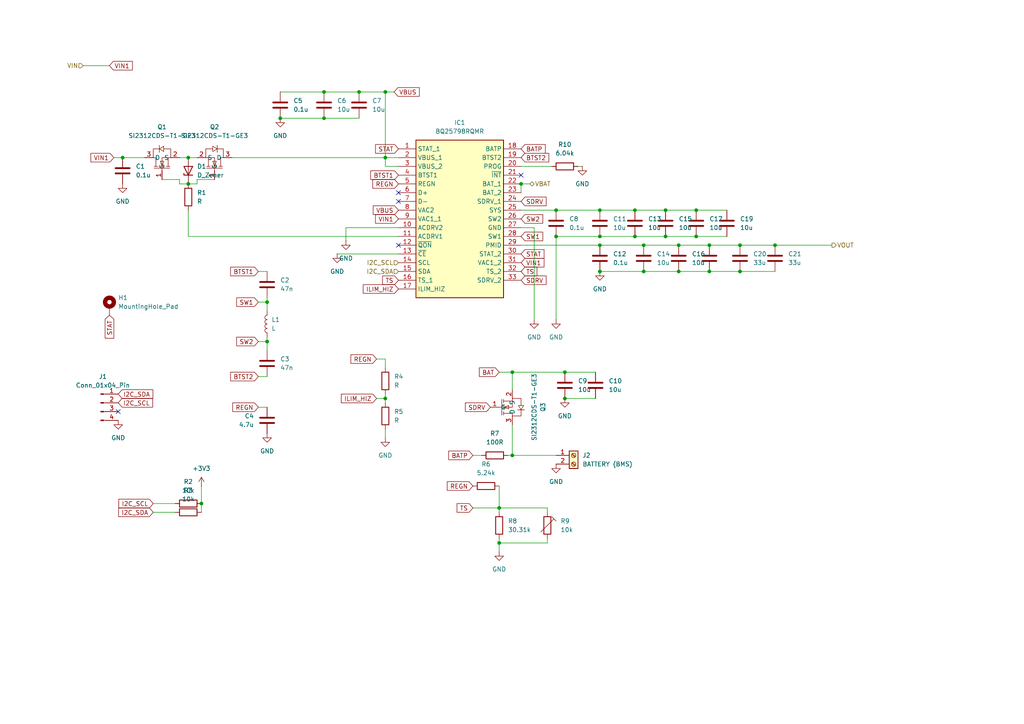
<source format=kicad_sch>
(kicad_sch (version 20231120) (generator "eeschema") (generator_version "8.0")
  (paper "A4")
  (lib_symbols
    (symbol "Connector:Conn_01x04_Pin" (pin_names (offset 1.016) hide)
      (property "Reference" "J" (at 0 5.08 0))
      (property "Value" "Conn_01x04_Pin" (at 0 -7.62 0))
      (symbol "Conn_01x04_Pin_1_1"
        (polyline (pts (xy 1.27 -5.08) (xy 0.8636 -5.08)) (stroke (width 0.1524)))
        (polyline (pts (xy 1.27 -2.54) (xy 0.8636 -2.54)) (stroke (width 0.1524)))
        (polyline (pts (xy 1.27 0) (xy 0.8636 0)) (stroke (width 0.1524)))
        (polyline (pts (xy 1.27 2.54) (xy 0.8636 2.54)) (stroke (width 0.1524)))
        (rectangle (start 0.8636 -4.953) (end 0 -5.207) (stroke (width 0.1524)) (fill (type outline)))
        (rectangle (start 0.8636 -2.413) (end 0 -2.667) (stroke (width 0.1524)) (fill (type outline)))
        (rectangle (start 0.8636 0.127) (end 0 -0.127) (stroke (width 0.1524)) (fill (type outline)))
        (rectangle (start 0.8636 2.667) (end 0 2.413) (stroke (width 0.1524)) (fill (type outline)))
        (pin passive line (at 5.08 2.54 180) (length 3.81) (name "Pin_1") (number "1"))
        (pin passive line (at 5.08 0 180) (length 3.81) (name "Pin_2") (number "2"))
        (pin passive line (at 5.08 -2.54 180) (length 3.81) (name "Pin_3") (number "3"))
        (pin passive line (at 5.08 -5.08 180) (length 3.81) (name "Pin_4") (number "4"))
      )
    )
    (symbol "Connectors:Screw_Terminal_01x02" (pin_names (offset 1.016) hide)
      (property "Reference" "J" (at 0 2.54 0))
      (property "Value" "Screw_Terminal_01x02" (at 0 -5.08 0))
      (symbol "Screw_Terminal_01x02_1_1"
        (rectangle (start -1.27 1.27) (end 1.27 -3.81) (stroke (width 0.254)) (fill (type background)))
        (circle (center 0 -2.54) (radius 0.635) (stroke (width 0.1524)))
        (polyline (pts (xy -0.5334 -2.2098) (xy 0.3302 -3.048)) (stroke (width 0.1524)))
        (polyline (pts (xy -0.5334 0.3302) (xy 0.3302 -0.508)) (stroke (width 0.1524)))
        (polyline (pts (xy -0.3556 -2.032) (xy 0.508 -2.8702)) (stroke (width 0.1524)))
        (polyline (pts (xy -0.3556 0.508) (xy 0.508 -0.3302)) (stroke (width 0.1524)))
        (circle (center 0 0) (radius 0.635) (stroke (width 0.1524)))
        (pin passive line (at -5.08 0 0) (length 3.81) (name "Pin_1") (number "1"))
        (pin passive line (at -5.08 -2.54 0) (length 3.81) (name "Pin_2") (number "2"))
      )
    )
    (symbol "Device:C" (pin_numbers hide) (pin_names (offset 0.254))
      (property "Reference" "C" (at 0.635 2.54 0))
      (property "Value" "C" (at 0.635 -2.54 0))
      (symbol "C_0_1"
        (polyline (pts (xy -2.032 -0.762) (xy 2.032 -0.762)) (stroke (width 0.508)))
        (polyline (pts (xy -2.032 0.762) (xy 2.032 0.762)) (stroke (width 0.508)))
      )
      (symbol "C_1_1"
        (pin passive line (at 0 3.81 270) (length 2.794) (name "~") (number "1"))
        (pin passive line (at 0 -3.81 90) (length 2.794) (name "~") (number "2"))
      )
    )
    (symbol "Device:D_Zener" (pin_numbers hide) (pin_names (offset 1.016) hide)
      (property "Reference" "D" (at 0 2.54 0))
      (property "Value" "D_Zener" (at 0 -2.54 0))
      (symbol "D_Zener_0_1"
        (polyline (pts (xy 1.27 0) (xy -1.27 0)))
        (polyline (pts (xy -1.27 -1.27) (xy -1.27 1.27) (xy -0.762 1.27)) (stroke (width 0.254)))
        (polyline (pts (xy 1.27 -1.27) (xy 1.27 1.27) (xy -1.27 0) (xy 1.27 -1.27)) (stroke (width 0.254)))
      )
      (symbol "D_Zener_1_1"
        (pin passive line (at -3.81 0 0) (length 2.54) (name "K") (number "1"))
        (pin passive line (at 3.81 0 180) (length 2.54) (name "A") (number "2"))
      )
    )
    (symbol "Device:L" (pin_numbers hide) (pin_names (offset 1.016) hide)
      (property "Reference" "L" (at -1.27 0 90))
      (property "Value" "L" (at 1.905 0 90))
      (symbol "L_0_1"
        (arc (start 0 -2.54) (mid 0.6323 -1.905) (end 0 -1.27))
        (arc (start 0 -1.27) (mid 0.6323 -0.635) (end 0 0))
        (arc (start 0 0) (mid 0.6323 0.635) (end 0 1.27))
        (arc (start 0 1.27) (mid 0.6323 1.905) (end 0 2.54))
      )
      (symbol "L_1_1"
        (pin passive line (at 0 3.81 270) (length 1.27) (name "1") (number "1"))
        (pin passive line (at 0 -3.81 90) (length 1.27) (name "2") (number "2"))
      )
    )
    (symbol "Device:R" (pin_numbers hide) (pin_names (offset 0))
      (property "Reference" "R" (at 2.032 0 90))
      (property "Value" "R" (at 0 0 90))
      (symbol "R_0_1"
        (rectangle (start -1.016 -2.54) (end 1.016 2.54) (stroke (width 0.254)))
      )
      (symbol "R_1_1"
        (pin passive line (at 0 3.81 270) (length 1.27) (name "~") (number "1"))
        (pin passive line (at 0 -3.81 90) (length 1.27) (name "~") (number "2"))
      )
    )
    (symbol "Device:R_Trim" (pin_numbers hide) (pin_names (offset 0))
      (property "Reference" "R" (at 2.54 -2.54 90))
      (property "Value" "R_Trim" (at -2.54 -0.635 90))
      (symbol "R_Trim_0_1"
        (rectangle (start -1.016 -2.54) (end 1.016 2.54) (stroke (width 0.254)))
        (polyline (pts (xy -1.905 -1.905) (xy 1.905 1.905) (xy 2.54 1.27) (xy 1.27 2.54)))
      )
      (symbol "R_Trim_1_1"
        (pin passive line (at 0 3.81 270) (length 1.27) (name "~") (number "1"))
        (pin passive line (at 0 -3.81 90) (length 1.27) (name "~") (number "2"))
      )
    )
    (symbol "Mechanical:MountingHole_Pad" (pin_numbers hide) (pin_names (offset 1.016) hide) (exclude_from_sim yes) (in_bom no)
      (property "Reference" "H" (at 0 6.35 0))
      (property "Value" "MountingHole_Pad" (at 0 4.445 0))
      (symbol "MountingHole_Pad_0_1"
        (circle (center 0 1.27) (radius 1.27) (stroke (width 1.27)))
      )
      (symbol "MountingHole_Pad_1_1"
        (pin input line (at 0 -2.54 90) (length 2.54) (name "1") (number "1"))
      )
    )
    (symbol "easyeda2kicad:SI2312CDS-T1-GE3"
      (property "Reference" "Q" (at -10.414 9.144 0))
      (property "Value" "SI2312CDS-T1-GE3" (at -1.27 6.604 0))
      (symbol "SI2312CDS-T1-GE3_0_1"
        (polyline (pts (xy -3.81 0) (xy -3.05 0)))
        (polyline (pts (xy -3.05 -2.29) (xy -3.05 2.29)))
        (polyline (pts (xy -2.54 -2.29) (xy -2.54 -1.27)))
        (polyline (pts (xy -2.54 0.51) (xy -2.54 -0.51)))
        (polyline (pts (xy -2.54 2.29) (xy -2.54 1.27)))
        (polyline (pts (xy 0 1.78) (xy -2.54 1.78)))
        (polyline (pts (xy -2.54 0) (xy 0 0) (xy 0 -1.78)))
        (polyline (pts (xy -2.54 0) (xy -1.02 -0.51) (xy -1.02 0.51) (xy -2.54 0)) (fill (type background)))
        (polyline (pts (xy 2.54 0.76) (xy 1.78 -0.51) (xy 3.3 -0.51) (xy 2.54 0.76)) (fill (type background)))
        (polyline (pts (xy 3.56 0.76) (xy 3.05 0.76) (xy 2.03 0.76) (xy 1.52 0.76)))
        (polyline (pts (xy -2.54 -1.78) (xy 0 -1.78) (xy 0 -2.54) (xy 2.54 -2.54) (xy 2.54 -0.51)))
        (polyline (pts (xy 0 1.78) (xy 0 1.78) (xy 0 2.54) (xy 2.54 2.54) (xy 2.54 0.76)))
        (pin unspecified line (at -6.35 0 0) (length 2.54) (name "G") (number "1"))
        (pin unspecified line (at 0 -5.08 90) (length 2.54) (name "S") (number "2"))
        (pin unspecified line (at 0 5.08 270) (length 2.54) (name "D") (number "3"))
      )
    )
    (symbol "mouser (samacsys):BQ25798RQMR"
      (property "Reference" "IC" (at 31.75 7.62 0))
      (property "Value" "BQ25798RQMR" (at 31.75 5.08 0))
      (symbol "BQ25798RQMR_1_1"
        (rectangle (start 5.08 2.54) (end 30.48 -43.18) (stroke (width 0.254)) (fill (type background)))
        (pin passive line (at 0 0 0) (length 5.08) (name "STAT_1") (number "1"))
        (pin passive line (at 0 -22.86 0) (length 5.08) (name "ACDRV2") (number "10"))
        (pin passive line (at 0 -25.4 0) (length 5.08) (name "ACDRV1") (number "11"))
        (pin passive line (at 0 -27.94 0) (length 5.08) (name "~{QON}") (number "12"))
        (pin passive line (at 0 -30.48 0) (length 5.08) (name "~{CE}") (number "13"))
        (pin passive line (at 0 -33.02 0) (length 5.08) (name "SCL") (number "14"))
        (pin passive line (at 0 -35.56 0) (length 5.08) (name "SDA") (number "15"))
        (pin passive line (at 0 -38.1 0) (length 5.08) (name "TS_1") (number "16"))
        (pin passive line (at 0 -40.64 0) (length 5.08) (name "ILIM_HIZ") (number "17"))
        (pin passive line (at 35.56 0 180) (length 5.08) (name "BATP") (number "18"))
        (pin passive line (at 35.56 -2.54 180) (length 5.08) (name "BTST2") (number "19"))
        (pin passive line (at 0 -2.54 0) (length 5.08) (name "VBUS_1") (number "2"))
        (pin passive line (at 35.56 -5.08 180) (length 5.08) (name "PROG") (number "20"))
        (pin passive line (at 35.56 -7.62 180) (length 5.08) (name "~{INT}") (number "21"))
        (pin passive line (at 35.56 -10.16 180) (length 5.08) (name "BAT_1") (number "22"))
        (pin passive line (at 35.56 -12.7 180) (length 5.08) (name "BAT_2") (number "23"))
        (pin passive line (at 35.56 -15.24 180) (length 5.08) (name "SDRV_1") (number "24"))
        (pin passive line (at 35.56 -17.78 180) (length 5.08) (name "SYS") (number "25"))
        (pin passive line (at 35.56 -20.32 180) (length 5.08) (name "SW2") (number "26"))
        (pin passive line (at 35.56 -22.86 180) (length 5.08) (name "GND") (number "27"))
        (pin passive line (at 35.56 -25.4 180) (length 5.08) (name "SW1") (number "28"))
        (pin passive line (at 35.56 -27.94 180) (length 5.08) (name "PMID") (number "29"))
        (pin passive line (at 0 -5.08 0) (length 5.08) (name "VBUS_2") (number "3"))
        (pin passive line (at 35.56 -30.48 180) (length 5.08) (name "STAT_2") (number "30"))
        (pin passive line (at 35.56 -33.02 180) (length 5.08) (name "VAC1_2") (number "31"))
        (pin passive line (at 35.56 -35.56 180) (length 5.08) (name "TS_2") (number "32"))
        (pin passive line (at 35.56 -38.1 180) (length 5.08) (name "SDRV_2") (number "33"))
        (pin passive line (at 0 -7.62 0) (length 5.08) (name "BTST1") (number "4"))
        (pin passive line (at 0 -10.16 0) (length 5.08) (name "REGN") (number "5"))
        (pin passive line (at 0 -12.7 0) (length 5.08) (name "D+") (number "6"))
        (pin passive line (at 0 -15.24 0) (length 5.08) (name "D-") (number "7"))
        (pin passive line (at 0 -17.78 0) (length 5.08) (name "VAC2") (number "8"))
        (pin passive line (at 0 -20.32 0) (length 5.08) (name "VAC1_1") (number "9"))
      )
    )
    (symbol "power:+3V3" (power) (pin_numbers hide) (pin_names (offset 0) hide)
      (property "Value" "+3V3" (at 0 3.556 0))
      (symbol "+3V3_0_1"
        (polyline (pts (xy -0.762 1.27) (xy 0 2.54)))
        (polyline (pts (xy 0 0) (xy 0 2.54)))
        (polyline (pts (xy 0 2.54) (xy 0.762 1.27)))
      )
      (symbol "+3V3_1_1"
        (pin power_in line (at 0 0 90) (length 0) (name "~") (number "1"))
      )
    )
    (symbol "power:GND" (power) (pin_numbers hide) (pin_names (offset 0) hide)
      (property "Value" "GND" (at 0 -3.81 0))
      (symbol "GND_0_1"
        (polyline (pts (xy 0 0) (xy 0 -1.27) (xy 1.27 -1.27) (xy 0 -2.54) (xy -1.27 -1.27) (xy 0 -1.27)))
      )
      (symbol "GND_1_1"
        (pin power_in line (at 0 0 270) (length 0) (name "~") (number "1"))
      )
    )
  )
  (junction (at 35.56 45.72))
  (junction (at 173.99 71.12))
  (junction (at 148.59 107.95))
  (junction (at 161.29 60.96))
  (junction (at 111.76 45.72))
  (junction (at 77.47 87.63))
  (junction (at 54.61 53.34))
  (junction (at 184.15 60.96))
  (junction (at 144.78 147.32))
  (junction (at 144.78 157.48))
  (junction (at 205.74 78.74))
  (junction (at 193.04 68.58))
  (junction (at 173.99 68.58))
  (junction (at 161.29 68.58))
  (junction (at 77.47 99.06))
  (junction (at 93.98 26.67))
  (junction (at 196.85 71.12))
  (junction (at 151.13 53.34))
  (junction (at 214.63 71.12))
  (junction (at 201.93 68.58))
  (junction (at 163.83 115.57))
  (junction (at 186.69 71.12))
  (junction (at 193.04 60.96))
  (junction (at 81.28 34.29))
  (junction (at 186.69 78.74))
  (junction (at 205.74 71.12))
  (junction (at 93.98 34.29))
  (junction (at 196.85 78.74))
  (junction (at 184.15 68.58))
  (junction (at 58.42 146.05))
  (junction (at 224.79 71.12))
  (junction (at 173.99 78.74))
  (junction (at 104.14 26.67))
  (junction (at 173.99 60.96))
  (junction (at 163.83 107.95))
  (junction (at 111.76 115.57))
  (junction (at 148.59 132.08))
  (junction (at 201.93 60.96))
  (junction (at 54.61 45.72))
  (junction (at 111.76 26.67))
  (junction (at 214.63 78.74))
  (no_connect (at 115.57 71.12))
  (no_connect (at 151.13 50.8))
  (no_connect (at 34.29 119.38))
  (no_connect (at 115.57 55.88))
  (no_connect (at 115.57 58.42))
  (wire (pts (xy 33.02 45.72) (xy 35.56 45.72)))
  (wire (pts (xy 111.76 26.67) (xy 114.3 26.67)))
  (wire (pts (xy 158.75 147.32) (xy 158.75 148.59)))
  (wire (pts (xy 173.99 78.74) (xy 186.69 78.74)))
  (wire (pts (xy 77.47 97.79) (xy 77.47 99.06)))
  (wire (pts (xy 158.75 157.48) (xy 158.75 156.21)))
  (wire (pts (xy 205.74 71.12) (xy 214.63 71.12)))
  (wire (pts (xy 74.93 109.22) (xy 77.47 109.22)))
  (wire (pts (xy 77.47 86.36) (xy 77.47 87.63)))
  (wire (pts (xy 111.76 127) (xy 111.76 124.46)))
  (wire (pts (xy 186.69 78.74) (xy 196.85 78.74)))
  (wire (pts (xy 144.78 140.97) (xy 144.78 147.32)))
  (wire (pts (xy 163.83 115.57) (xy 172.72 115.57)))
  (wire (pts (xy 35.56 45.72) (xy 41.91 45.72)))
  (wire (pts (xy 58.42 146.05) (xy 58.42 148.59)))
  (wire (pts (xy 111.76 104.14) (xy 111.76 106.68)))
  (wire (pts (xy 100.33 66.04) (xy 115.57 66.04)))
  (wire (pts (xy 163.83 107.95) (xy 172.72 107.95)))
  (wire (pts (xy 57.15 52.07) (xy 62.23 52.07)))
  (wire (pts (xy 111.76 26.67) (xy 111.76 45.72)))
  (wire (pts (xy 93.98 26.67) (xy 104.14 26.67)))
  (wire (pts (xy 205.74 78.74) (xy 214.63 78.74)))
  (wire (pts (xy 54.61 60.96) (xy 54.61 68.58)))
  (wire (pts (xy 67.31 45.72) (xy 111.76 45.72)))
  (wire (pts (xy 81.28 26.67) (xy 93.98 26.67)))
  (wire (pts (xy 148.59 107.95) (xy 148.59 113.03)))
  (wire (pts (xy 153.67 53.34) (xy 151.13 53.34)))
  (wire (pts (xy 151.13 53.34) (xy 151.13 55.88)))
  (wire (pts (xy 52.07 53.34) (xy 54.61 53.34)))
  (wire (pts (xy 186.69 71.12) (xy 196.85 71.12)))
  (wire (pts (xy 184.15 60.96) (xy 193.04 60.96)))
  (wire (pts (xy 46.99 52.07) (xy 52.07 52.07)))
  (wire (pts (xy 144.78 157.48) (xy 158.75 157.48)))
  (wire (pts (xy 184.15 68.58) (xy 193.04 68.58)))
  (wire (pts (xy 168.91 48.26) (xy 167.64 48.26)))
  (wire (pts (xy 214.63 71.12) (xy 224.79 71.12)))
  (wire (pts (xy 148.59 123.19) (xy 148.59 132.08)))
  (wire (pts (xy 77.47 99.06) (xy 77.47 101.6)))
  (wire (pts (xy 111.76 26.67) (xy 104.14 26.67)))
  (wire (pts (xy 137.16 132.08) (xy 139.7 132.08)))
  (wire (pts (xy 111.76 115.57) (xy 111.76 114.3)))
  (wire (pts (xy 160.02 48.26) (xy 151.13 48.26)))
  (wire (pts (xy 173.99 68.58) (xy 184.15 68.58)))
  (wire (pts (xy 74.93 99.06) (xy 77.47 99.06)))
  (wire (pts (xy 144.78 147.32) (xy 158.75 147.32)))
  (wire (pts (xy 58.42 140.97) (xy 58.42 146.05)))
  (wire (pts (xy 161.29 68.58) (xy 173.99 68.58)))
  (wire (pts (xy 144.78 107.95) (xy 148.59 107.95)))
  (wire (pts (xy 144.78 156.21) (xy 144.78 157.48)))
  (wire (pts (xy 144.78 148.59) (xy 144.78 147.32)))
  (wire (pts (xy 193.04 68.58) (xy 201.93 68.58)))
  (wire (pts (xy 148.59 132.08) (xy 161.29 132.08)))
  (wire (pts (xy 144.78 147.32) (xy 137.16 147.32)))
  (wire (pts (xy 196.85 71.12) (xy 205.74 71.12)))
  (wire (pts (xy 173.99 71.12) (xy 186.69 71.12)))
  (wire (pts (xy 201.93 60.96) (xy 210.82 60.96)))
  (wire (pts (xy 151.13 71.12) (xy 173.99 71.12)))
  (wire (pts (xy 57.15 53.34) (xy 57.15 52.07)))
  (wire (pts (xy 24.13 19.05) (xy 31.75 19.05)))
  (wire (pts (xy 77.47 87.63) (xy 77.47 90.17)))
  (wire (pts (xy 147.32 132.08) (xy 148.59 132.08)))
  (wire (pts (xy 148.59 107.95) (xy 163.83 107.95)))
  (wire (pts (xy 74.93 78.74) (xy 77.47 78.74)))
  (wire (pts (xy 151.13 60.96) (xy 161.29 60.96)))
  (wire (pts (xy 161.29 92.71) (xy 161.29 68.58)))
  (wire (pts (xy 50.8 146.05) (xy 44.45 146.05)))
  (wire (pts (xy 50.8 148.59) (xy 44.45 148.59)))
  (wire (pts (xy 74.93 87.63) (xy 77.47 87.63)))
  (wire (pts (xy 111.76 48.26) (xy 115.57 48.26)))
  (wire (pts (xy 201.93 68.58) (xy 210.82 68.58)))
  (wire (pts (xy 196.85 78.74) (xy 205.74 78.74)))
  (wire (pts (xy 54.61 68.58) (xy 115.57 68.58)))
  (wire (pts (xy 111.76 116.84) (xy 111.76 115.57)))
  (wire (pts (xy 224.79 71.12) (xy 241.3 71.12)))
  (wire (pts (xy 54.61 53.34) (xy 57.15 53.34)))
  (wire (pts (xy 161.29 60.96) (xy 173.99 60.96)))
  (wire (pts (xy 214.63 78.74) (xy 224.79 78.74)))
  (wire (pts (xy 154.94 92.71) (xy 154.94 66.04)))
  (wire (pts (xy 144.78 157.48) (xy 144.78 160.02)))
  (wire (pts (xy 54.61 45.72) (xy 57.15 45.72)))
  (wire (pts (xy 173.99 60.96) (xy 184.15 60.96)))
  (wire (pts (xy 111.76 45.72) (xy 115.57 45.72)))
  (wire (pts (xy 52.07 52.07) (xy 52.07 53.34)))
  (wire (pts (xy 97.79 73.66) (xy 115.57 73.66)))
  (wire (pts (xy 109.22 104.14) (xy 111.76 104.14)))
  (wire (pts (xy 111.76 45.72) (xy 111.76 48.26)))
  (wire (pts (xy 154.94 66.04) (xy 151.13 66.04)))
  (wire (pts (xy 109.22 115.57) (xy 111.76 115.57)))
  (wire (pts (xy 93.98 34.29) (xy 104.14 34.29)))
  (wire (pts (xy 193.04 60.96) (xy 201.93 60.96)))
  (wire (pts (xy 52.07 45.72) (xy 54.61 45.72)))
  (wire (pts (xy 81.28 34.29) (xy 93.98 34.29)))
  (wire (pts (xy 100.33 69.85) (xy 100.33 66.04)))
  (wire (pts (xy 74.93 118.11) (xy 77.47 118.11)))
  (global_label "REGN" (shape input) (at 109.22 104.14 180) (property "Intersheetrefs" "${INTERSHEET_REFS}" (effects (hide yes))))
  (global_label "VBUS" (shape input) (at 114.3 26.67 0) (property "Intersheetrefs" "${INTERSHEET_REFS}" (effects (hide yes))))
  (global_label "VIN1" (shape input) (at 31.75 19.05 0) (property "Intersheetrefs" "${INTERSHEET_REFS}" (effects (hide yes))))
  (global_label "REGN" (shape input) (at 74.93 118.11 180) (property "Intersheetrefs" "${INTERSHEET_REFS}" (effects (hide yes))))
  (global_label "TS" (shape input) (at 115.57 81.28 180) (property "Intersheetrefs" "${INTERSHEET_REFS}" (effects (hide yes))))
  (global_label "SW2" (shape input) (at 74.93 99.06 180) (property "Intersheetrefs" "${INTERSHEET_REFS}" (effects (hide yes))))
  (global_label "SW1" (shape input) (at 151.13 68.58 0) (property "Intersheetrefs" "${INTERSHEET_REFS}" (effects (hide yes))))
  (global_label "I2C_SCL" (shape input) (at 44.45 146.05 180) (property "Intersheetrefs" "${INTERSHEET_REFS}" (effects (hide yes))))
  (global_label "SDRV" (shape input) (at 151.13 81.28 0) (property "Intersheetrefs" "${INTERSHEET_REFS}" (effects (hide yes))))
  (global_label "STAT" (shape input) (at 31.75 91.44 270) (property "Intersheetrefs" "${INTERSHEET_REFS}" (effects (hide yes))))
  (global_label "STAT" (shape input) (at 151.13 73.66 0) (property "Intersheetrefs" "${INTERSHEET_REFS}" (effects (hide yes))))
  (global_label "I2C_SDA" (shape input) (at 44.45 148.59 180) (property "Intersheetrefs" "${INTERSHEET_REFS}" (effects (hide yes))))
  (global_label "BATP" (shape input) (at 137.16 132.08 180) (property "Intersheetrefs" "${INTERSHEET_REFS}" (effects (hide yes))))
  (global_label "BATP" (shape input) (at 151.13 43.18 0) (property "Intersheetrefs" "${INTERSHEET_REFS}" (effects (hide yes))))
  (global_label "BTST2" (shape input) (at 151.13 45.72 0) (property "Intersheetrefs" "${INTERSHEET_REFS}" (effects (hide yes))))
  (global_label "SW1" (shape input) (at 74.93 87.63 180) (property "Intersheetrefs" "${INTERSHEET_REFS}" (effects (hide yes))))
  (global_label "SW2" (shape input) (at 151.13 63.5 0) (property "Intersheetrefs" "${INTERSHEET_REFS}" (effects (hide yes))))
  (global_label "BTST2" (shape input) (at 74.93 109.22 180) (property "Intersheetrefs" "${INTERSHEET_REFS}" (effects (hide yes))))
  (global_label "TS" (shape input) (at 137.16 147.32 180) (property "Intersheetrefs" "${INTERSHEET_REFS}" (effects (hide yes))))
  (global_label "REGN" (shape input) (at 137.16 140.97 180) (property "Intersheetrefs" "${INTERSHEET_REFS}" (effects (hide yes))))
  (global_label "STAT" (shape input) (at 115.57 43.18 180) (property "Intersheetrefs" "${INTERSHEET_REFS}" (effects (hide yes))))
  (global_label "BTST1" (shape input) (at 115.57 50.8 180) (property "Intersheetrefs" "${INTERSHEET_REFS}" (effects (hide yes))))
  (global_label "SDRV" (shape input) (at 142.24 118.11 180) (property "Intersheetrefs" "${INTERSHEET_REFS}" (effects (hide yes))))
  (global_label "VIN1" (shape input) (at 33.02 45.72 180) (property "Intersheetrefs" "${INTERSHEET_REFS}" (effects (hide yes))))
  (global_label "BAT" (shape input) (at 144.78 107.95 180) (property "Intersheetrefs" "${INTERSHEET_REFS}" (effects (hide yes))))
  (global_label "VIN1" (shape input) (at 151.13 76.2 0) (property "Intersheetrefs" "${INTERSHEET_REFS}" (effects (hide yes))))
  (global_label "TS" (shape input) (at 151.13 78.74 0) (property "Intersheetrefs" "${INTERSHEET_REFS}" (effects (hide yes))))
  (global_label "VIN1" (shape input) (at 115.57 63.5 180) (property "Intersheetrefs" "${INTERSHEET_REFS}" (effects (hide yes))))
  (global_label "BTST1" (shape input) (at 74.93 78.74 180) (property "Intersheetrefs" "${INTERSHEET_REFS}" (effects (hide yes))))
  (global_label "SDRV" (shape input) (at 151.13 58.42 0) (property "Intersheetrefs" "${INTERSHEET_REFS}" (effects (hide yes))))
  (global_label "REGN" (shape input) (at 115.57 53.34 180) (property "Intersheetrefs" "${INTERSHEET_REFS}" (effects (hide yes))))
  (global_label "VBUS" (shape input) (at 115.57 60.96 180) (property "Intersheetrefs" "${INTERSHEET_REFS}" (effects (hide yes))))
  (global_label "ILIM_HIZ" (shape input) (at 109.22 115.57 180) (property "Intersheetrefs" "${INTERSHEET_REFS}" (effects (hide yes))))
  (global_label "I2C_SCL" (shape input) (at 34.29 116.84 0) (property "Intersheetrefs" "${INTERSHEET_REFS}" (effects (hide yes))))
  (global_label "I2C_SDA" (shape input) (at 34.29 114.3 0) (property "Intersheetrefs" "${INTERSHEET_REFS}" (effects (hide yes))))
  (global_label "ILIM_HIZ" (shape input) (at 115.57 83.82 180) (property "Intersheetrefs" "${INTERSHEET_REFS}" (effects (hide yes))))
  (hierarchical_label "VBAT" (shape bidirectional) (at 153.67 53.34 0))
  (hierarchical_label "I2C_SCL" (shape input) (at 115.57 76.2 180))
  (hierarchical_label "I2C_SDA" (shape input) (at 115.57 78.74 180))
  (hierarchical_label "VOUT" (shape output) (at 241.3 71.12 0))
  (hierarchical_label "VIN" (shape input) (at 24.13 19.05 180))
  (symbol (lib_id "Device:C") (at 104.14 30.48 0) (unit 1)
    (property "Reference" "C7" (at 107.95 29.2099 0) (effects (justify left)))
    (property "Value" "10u" (at 107.95 31.7499 0) (effects (justify left)))
    (property "Description" "Unpolarized capacitor" (effects (hide yes)))
  )
  (symbol (lib_id "power:GND") (at 161.29 92.71 0) (unit 1)
    (property "Reference" "#PWR011" (effects (hide yes)))
    (property "Value" "GND" (at 161.29 97.79 0))
    (property "Description" "Power symbol creates a global label with name \"GND\" , ground" (effects (hide yes)))
  )
  (symbol (lib_id "Device:C") (at 201.93 64.77 0) (unit 1)
    (property "Reference" "C17" (at 205.74 63.4999 0) (effects (justify left)))
    (property "Value" "10u" (at 205.74 66.0399 0) (effects (justify left)))
    (property "Description" "Unpolarized capacitor" (effects (hide yes)))
  )
  (symbol (lib_id "power:GND") (at 35.56 53.34 0) (unit 1)
    (property "Reference" "#PWR02" (effects (hide yes)))
    (property "Value" "GND" (at 35.56 58.42 0))
    (property "Description" "Power symbol creates a global label with name \"GND\" , ground" (effects (hide yes)))
  )
  (symbol (lib_id "Device:C") (at 35.56 49.53 0) (unit 1)
    (property "Reference" "C1" (at 39.37 48.2599 0) (effects (justify left)))
    (property "Value" "0.1u" (at 39.37 50.7999 0) (effects (justify left)))
    (property "Description" "Unpolarized capacitor" (effects (hide yes)))
  )
  (symbol (lib_id "Device:C") (at 161.29 64.77 0) (unit 1)
    (property "Reference" "C8" (at 165.1 63.4999 0) (effects (justify left)))
    (property "Value" "0.1u" (at 165.1 66.0399 0) (effects (justify left)))
    (property "Description" "Unpolarized capacitor" (effects (hide yes)))
  )
  (symbol (lib_id "power:GND") (at 173.99 78.74 0) (unit 1)
    (property "Reference" "#PWR015" (effects (hide yes)))
    (property "Value" "GND" (at 173.99 83.82 0))
    (property "Description" "Power symbol creates a global label with name \"GND\" , ground" (effects (hide yes)))
  )
  (symbol (lib_id "Device:C") (at 184.15 64.77 0) (unit 1)
    (property "Reference" "C13" (at 187.96 63.4999 0) (effects (justify left)))
    (property "Value" "10u" (at 187.96 66.0399 0) (effects (justify left)))
    (property "Description" "Unpolarized capacitor" (effects (hide yes)))
  )
  (symbol (lib_id "Device:R") (at 163.83 48.26 90) (unit 1)
    (property "Reference" "R10" (at 163.83 41.91 90))
    (property "Value" "6.04k" (at 163.83 44.45 90))
    (property "Description" "Resistor" (effects (hide yes)))
  )
  (symbol (lib_id "Device:R") (at 140.97 140.97 90) (unit 1)
    (property "Reference" "R6" (at 140.97 134.62 90))
    (property "Value" "5.24k" (at 140.97 137.16 90))
    (property "Description" "Resistor" (effects (hide yes)))
  )
  (symbol (lib_id "Device:C") (at 224.79 74.93 0) (unit 1)
    (property "Reference" "C21" (at 228.6 73.6599 0) (effects (justify left)))
    (property "Value" "33u" (at 228.6 76.1999 0) (effects (justify left)))
    (property "Description" "Unpolarized capacitor" (effects (hide yes)))
  )
  (symbol (lib_id "Device:C") (at 205.74 74.93 0) (unit 1)
    (property "Reference" "C18" (effects (hide yes)))
    (property "Value" "10u" (effects (hide yes)))
    (property "Description" "Unpolarized capacitor" (effects (hide yes)))
  )
  (symbol (lib_id "Connector:Conn_01x04_Pin") (at 29.21 116.84 0) (unit 1)
    (property "Reference" "J1" (at 29.845 109.22 0))
    (property "Value" "Conn_01x04_Pin" (at 29.845 111.76 0))
    (property "Description" "Generic connector, single row, 01x04, script generated" (effects (hide yes)))
  )
  (symbol (lib_id "power:GND") (at 77.47 125.73 0) (mirror y) (unit 1)
    (property "Reference" "#PWR04" (effects (hide yes)))
    (property "Value" "GND" (at 77.47 130.81 0))
    (property "Description" "Power symbol creates a global label with name \"GND\" , ground" (effects (hide yes)))
  )
  (symbol (lib_id "Connectors:Screw_Terminal_01x02") (at 166.37 132.08 0) (unit 1)
    (property "Reference" "J2" (at 168.91 132.0799 0) (effects (justify left)))
    (property "Value" "BATTERY (BMS)" (at 168.91 134.6199 0) (effects (justify left)))
    (property "Footprint" "TerminalBlock_Phoenix:TerminalBlock_Phoenix_MKDS-1,5-2-5.08_1x02_P5.08mm_Horizontal" (effects (hide yes)))
    (property "Description" "Generic screw terminal, single row, 01x02, script generated (kicad-library-utils/schlib/autogen/connector/)" (effects (hide yes)))
  )
  (symbol (lib_id "Device:C") (at 196.85 74.93 0) (unit 1)
    (property "Reference" "C16" (at 200.66 73.6599 0) (effects (justify left)))
    (property "Value" "10u" (at 200.66 76.1999 0) (effects (justify left)))
    (property "Description" "Unpolarized capacitor" (effects (hide yes)))
  )
  (symbol (lib_id "Device:C") (at 186.69 74.93 0) (unit 1)
    (property "Reference" "C14" (at 190.5 73.6599 0) (effects (justify left)))
    (property "Value" "10u" (at 190.5 76.1999 0) (effects (justify left)))
    (property "Description" "Unpolarized capacitor" (effects (hide yes)))
  )
  (symbol (lib_id "Device:C") (at 193.04 64.77 0) (unit 1)
    (property "Reference" "C15" (at 196.85 63.4999 0) (effects (justify left)))
    (property "Value" "10u" (at 196.85 66.0399 0) (effects (justify left)))
    (property "Description" "Unpolarized capacitor" (effects (hide yes)))
  )
  (symbol (lib_id "Device:R") (at 111.76 120.65 180) (unit 1)
    (property "Reference" "R5" (at 114.3 119.3799 0) (effects (justify right)))
    (property "Value" "R" (at 114.3 121.9199 0) (effects (justify right)))
    (property "Description" "Resistor" (effects (hide yes)))
  )
  (symbol (lib_id "Device:C") (at 172.72 111.76 0) (unit 1)
    (property "Reference" "C10" (at 176.53 110.4899 0) (effects (justify left)))
    (property "Value" "10u" (at 176.53 113.0299 0) (effects (justify left)))
    (property "Description" "Unpolarized capacitor" (effects (hide yes)))
  )
  (symbol (lib_id "Device:C") (at 210.82 64.77 0) (unit 1)
    (property "Reference" "C19" (at 214.63 63.4999 0) (effects (justify left)))
    (property "Value" "10u" (at 214.63 66.0399 0) (effects (justify left)))
    (property "Description" "Unpolarized capacitor" (effects (hide yes)))
  )
  (symbol (lib_id "power:+3V3") (at 58.42 140.97 0) (unit 1)
    (property "Reference" "#PWR03" (effects (hide yes)))
    (property "Value" "+3V3" (at 58.42 135.89 0))
    (property "Description" "Power symbol creates a global label with name \"+3V3\"" (effects (hide yes)))
  )
  (symbol (lib_id "power:GND") (at 168.91 48.26 0) (unit 1)
    (property "Reference" "#PWR014" (effects (hide yes)))
    (property "Value" "GND" (at 168.91 53.34 0))
    (property "Description" "Power symbol creates a global label with name \"GND\" , ground" (effects (hide yes)))
  )
  (symbol (lib_id "Device:C") (at 77.47 121.92 0) (mirror y) (unit 1)
    (property "Reference" "C4" (at 73.66 120.6499 0) (effects (justify left)))
    (property "Value" "4.7u" (at 73.66 123.1899 0) (effects (justify left)))
    (property "Description" "Unpolarized capacitor" (effects (hide yes)))
  )
  (symbol (lib_id "power:GND") (at 144.78 160.02 0) (unit 1)
    (property "Reference" "#PWR09" (effects (hide yes)))
    (property "Value" "GND" (at 144.78 165.1 0))
    (property "Description" "Power symbol creates a global label with name \"GND\" , ground" (effects (hide yes)))
  )
  (symbol (lib_id "power:GND") (at 81.28 34.29 0) (unit 1)
    (property "Reference" "#PWR05" (effects (hide yes)))
    (property "Value" "GND" (at 81.28 39.37 0))
    (property "Description" "Power symbol creates a global label with name \"GND\" , ground" (effects (hide yes)))
  )
  (symbol (lib_id "Mechanical:MountingHole_Pad") (at 31.75 88.9 0) (unit 1) (exclude_from_sim yes) (in_bom no)
    (property "Reference" "H1" (at 34.29 86.3599 0) (effects (justify left)))
    (property "Value" "MountingHole_Pad" (at 34.29 88.8999 0) (effects (justify left)))
    (property "Description" "Mounting Hole with connection" (effects (hide yes)))
  )
  (symbol (lib_id "Device:C") (at 173.99 74.93 0) (unit 1)
    (property "Reference" "C12" (at 177.8 73.6599 0) (effects (justify left)))
    (property "Value" "0.1u" (at 177.8 76.1999 0) (effects (justify left)))
    (property "Description" "Unpolarized capacitor" (effects (hide yes)))
  )
  (symbol (lib_id "Device:R") (at 144.78 152.4 180) (unit 1)
    (property "Reference" "R8" (at 147.32 151.1299 0) (effects (justify right)))
    (property "Value" "30.31k" (at 147.32 153.6699 0) (effects (justify right)))
    (property "Description" "Resistor" (effects (hide yes)))
  )
  (symbol (lib_id "Device:C") (at 77.47 105.41 0) (unit 1)
    (property "Reference" "C3" (at 81.28 104.1399 0) (effects (justify left)))
    (property "Value" "47n" (at 81.28 106.6799 0) (effects (justify left)))
    (property "Description" "Unpolarized capacitor" (effects (hide yes)))
  )
  (symbol (lib_id "Device:C") (at 163.83 111.76 0) (unit 1)
    (property "Reference" "C9" (at 167.64 110.4899 0) (effects (justify left)))
    (property "Value" "10u" (at 167.64 113.0299 0) (effects (justify left)))
    (property "Description" "Unpolarized capacitor" (effects (hide yes)))
  )
  (symbol (lib_id "power:GND") (at 154.94 92.71 0) (unit 1)
    (property "Reference" "#PWR010" (effects (hide yes)))
    (property "Value" "GND" (at 154.94 97.79 0))
    (property "Description" "Power symbol creates a global label with name \"GND\" , ground" (effects (hide yes)))
  )
  (symbol (lib_id "Device:R") (at 54.61 146.05 90) (unit 1)
    (property "Reference" "R2" (at 54.61 139.7 90))
    (property "Value" "10k" (at 54.61 142.24 90))
    (property "Description" "Resistor" (effects (hide yes)))
  )
  (symbol (lib_id "Device:R") (at 143.51 132.08 90) (unit 1)
    (property "Reference" "R7" (at 143.51 125.73 90))
    (property "Value" "100R" (at 143.51 128.27 90))
    (property "Description" "Resistor" (effects (hide yes)))
  )
  (symbol (lib_id "power:GND") (at 97.79 73.66 0) (unit 1)
    (property "Reference" "#PWR06" (effects (hide yes)))
    (property "Value" "GND" (at 97.79 78.74 0))
    (property "Description" "Power symbol creates a global label with name \"GND\" , ground" (effects (hide yes)))
  )
  (symbol (lib_id "Device:C") (at 81.28 30.48 0) (unit 1)
    (property "Reference" "C5" (at 85.09 29.2099 0) (effects (justify left)))
    (property "Value" "0.1u" (at 85.09 31.7499 0) (effects (justify left)))
    (property "Description" "Unpolarized capacitor" (effects (hide yes)))
  )
  (symbol (lib_id "Device:L") (at 77.47 93.98 180) (unit 1)
    (property "Reference" "L1" (at 78.74 92.7099 0) (effects (justify right)))
    (property "Value" "L" (at 78.74 95.2499 0) (effects (justify right)))
    (property "Description" "Inductor" (effects (hide yes)))
  )
  (symbol (lib_id "Device:R") (at 54.61 148.59 90) (unit 1)
    (property "Reference" "R3" (at 54.61 142.24 90))
    (property "Value" "10k" (at 54.61 144.78 90))
    (property "Description" "Resistor" (effects (hide yes)))
  )
  (symbol (lib_id "power:GND") (at 100.33 69.85 0) (unit 1)
    (property "Reference" "#PWR07" (effects (hide yes)))
    (property "Value" "GND" (at 100.33 74.93 0))
    (property "Description" "Power symbol creates a global label with name \"GND\" , ground" (effects (hide yes)))
  )
  (symbol (lib_id "power:GND") (at 161.29 134.62 0) (unit 1)
    (property "Reference" "#PWR012" (effects (hide yes)))
    (property "Value" "GND" (at 161.29 139.7 0))
    (property "Description" "Power symbol creates a global label with name \"GND\" , ground" (effects (hide yes)))
  )
  (symbol (lib_id "power:GND") (at 111.76 127 0) (unit 1)
    (property "Reference" "#PWR08" (effects (hide yes)))
    (property "Value" "GND" (at 111.76 132.08 0))
    (property "Description" "Power symbol creates a global label with name \"GND\" , ground" (effects (hide yes)))
  )
  (symbol (lib_id "Device:C") (at 214.63 74.93 0) (unit 1)
    (property "Reference" "C20" (at 218.44 73.6599 0) (effects (justify left)))
    (property "Value" "33u" (at 218.44 76.1999 0) (effects (justify left)))
    (property "Description" "Unpolarized capacitor" (effects (hide yes)))
  )
  (symbol (lib_id "power:GND") (at 34.29 121.92 0) (unit 1)
    (property "Reference" "#PWR01" (effects (hide yes)))
    (property "Value" "GND" (at 34.29 127 0))
    (property "Description" "Power symbol creates a global label with name \"GND\" , ground" (effects (hide yes)))
  )
  (symbol (lib_id "easyeda2kicad:SI2312CDS-T1-GE3") (at 62.23 45.72 270) (mirror x) (unit 1)
    (property "Reference" "Q2" (at 62.23 36.83 90))
    (property "Value" "SI2312CDS-T1-GE3" (at 62.23 39.37 90))
    (property "Footprint" "easyeda2kicad:SOT-23_L2.9-W1.3-P1.90-LS2.4-BR" (effects (hide yes)))
    (property "Datasheet" "https://lcsc.com/product-detail/MOSFET_VISHAY_SI2312CDS-T1-GE3_SI2312CDS-T1-GE3_C142518.html" (effects (hide yes)))
    (property "Description" "N-E-MOSFET" (effects (hide yes)))
    (property "LCSC Part" "C142518" (effects (hide yes)))
  )
  (symbol (lib_id "Device:R") (at 54.61 57.15 180) (unit 1)
    (property "Reference" "R1" (at 57.15 55.8799 0) (effects (justify right)))
    (property "Value" "R" (at 57.15 58.4199 0) (effects (justify right)))
    (property "Description" "Resistor" (effects (hide yes)))
  )
  (symbol (lib_id "Device:C") (at 173.99 64.77 0) (unit 1)
    (property "Reference" "C11" (at 177.8 63.4999 0) (effects (justify left)))
    (property "Value" "10u" (at 177.8 66.0399 0) (effects (justify left)))
    (property "Description" "Unpolarized capacitor" (effects (hide yes)))
  )
  (symbol (lib_id "mouser (samacsys):BQ25798RQMR") (at 115.57 43.18 0) (unit 1)
    (property "Reference" "IC1" (at 133.35 35.56 0))
    (property "Value" "BQ25798RQMR" (at 133.35 38.1 0))
    (property "Footprint" "BQ25798RQMR" (effects (hide yes)))
    (property "Datasheet" "https://www.ti.com/lit/gpn/bq25798" (effects (hide yes)))
    (property "Description" "Battery Management I C controlled, 1-4-cell, 5-A buck-boost solar battery charger with dual-input selector and MPPT" (effects (hide yes)))
    (property "Height" "1" (effects (hide yes)))
    (property "Manufacturer_Name" "Texas Instruments" (effects (hide yes)))
    (property "Manufacturer_Part_Number" "BQ25798RQMR" (effects (hide yes)))
    (property "Mouser Part Number" "595-BQ25798RQMR" (effects (hide yes)))
    (property "Mouser Price/Stock" "https://www.mouser.co.uk/ProductDetail/Texas-Instruments/BQ25798RQMR?qs=ljCeji4nMDmr66dwAbNsCg%3D%3D" (effects (hide yes)))
    (property "Arrow Part Number" "BQ25798RQMR" (effects (hide yes)))
    (property "Arrow Price/Stock" "null?region=nac" (effects (hide yes)))
  )
  (symbol (lib_id "Device:R_Trim") (at 158.75 152.4 0) (unit 1)
    (property "Reference" "R9" (at 162.56 151.1299 0) (effects (justify left)))
    (property "Value" "10k" (at 162.56 153.6699 0) (effects (justify left)))
    (property "Description" "Trimmable resistor (preset resistor)" (effects (hide yes)))
  )
  (symbol (lib_id "Device:C") (at 77.47 82.55 0) (unit 1)
    (property "Reference" "C2" (at 81.28 81.2799 0) (effects (justify left)))
    (property "Value" "47n" (at 81.28 83.8199 0) (effects (justify left)))
    (property "Description" "Unpolarized capacitor" (effects (hide yes)))
  )
  (symbol (lib_id "Device:C") (at 93.98 30.48 0) (unit 1)
    (property "Reference" "C6" (at 97.79 29.2099 0) (effects (justify left)))
    (property "Value" "10u" (at 97.79 31.7499 0) (effects (justify left)))
    (property "Description" "Unpolarized capacitor" (effects (hide yes)))
  )
  (symbol (lib_id "Device:R") (at 111.76 110.49 180) (unit 1)
    (property "Reference" "R4" (at 114.3 109.2199 0) (effects (justify right)))
    (property "Value" "R" (at 114.3 111.7599 0) (effects (justify right)))
    (property "Description" "Resistor" (effects (hide yes)))
  )
  (symbol (lib_id "Device:D_Zener") (at 54.61 49.53 90) (unit 1)
    (property "Reference" "D1" (at 57.15 48.2599 90) (effects (justify right)))
    (property "Value" "D_Zener" (at 57.15 50.7999 90) (effects (justify right)))
    (property "Description" "Zener diode" (effects (hide yes)))
  )
  (symbol (lib_id "power:GND") (at 163.83 115.57 0) (unit 1)
    (property "Reference" "#PWR013" (effects (hide yes)))
    (property "Value" "GND" (at 163.83 120.65 0))
    (property "Description" "Power symbol creates a global label with name \"GND\" , ground" (effects (hide yes)))
  )
  (symbol (lib_id "easyeda2kicad:SI2312CDS-T1-GE3") (at 148.59 118.11 0) (mirror x) (unit 1)
    (property "Reference" "Q3" (at 157.48 118.11 90))
    (property "Value" "SI2312CDS-T1-GE3" (at 154.94 118.11 90))
    (property "Footprint" "easyeda2kicad:SOT-23_L2.9-W1.3-P1.90-LS2.4-BR" (effects (hide yes)))
    (property "Datasheet" "https://lcsc.com/product-detail/MOSFET_VISHAY_SI2312CDS-T1-GE3_SI2312CDS-T1-GE3_C142518.html" (effects (hide yes)))
    (property "Description" "N-E-MOSFET" (effects (hide yes)))
    (property "LCSC Part" "C142518" (effects (hide yes)))
  )
  (symbol (lib_id "easyeda2kicad:SI2312CDS-T1-GE3") (at 46.99 45.72 90) (unit 1)
    (property "Reference" "Q1" (at 46.99 36.83 90))
    (property "Value" "SI2312CDS-T1-GE3" (at 46.99 39.37 90))
    (property "Footprint" "easyeda2kicad:SOT-23_L2.9-W1.3-P1.90-LS2.4-BR" (effects (hide yes)))
    (property "Datasheet" "https://lcsc.com/product-detail/MOSFET_VISHAY_SI2312CDS-T1-GE3_SI2312CDS-T1-GE3_C142518.html" (effects (hide yes)))
    (property "Description" "N-E-MOSFET" (effects (hide yes)))
    (property "LCSC Part" "C142518" (effects (hide yes)))
  )
)
</source>
